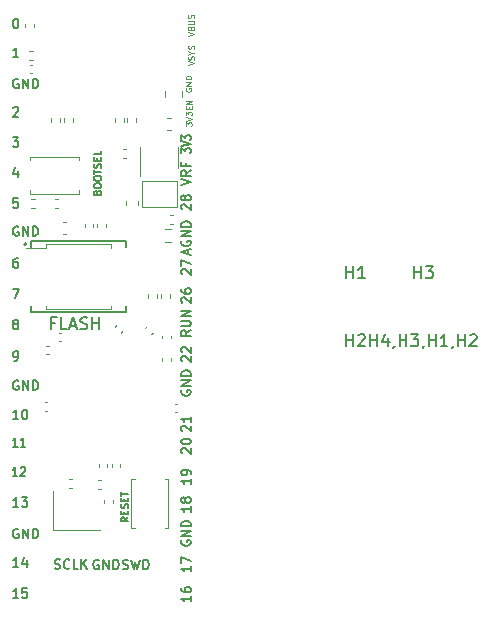
<source format=gbr>
%TF.GenerationSoftware,KiCad,Pcbnew,(6.0.7-1)-1*%
%TF.CreationDate,2022-09-30T15:54:31+08:00*%
%TF.ProjectId,PicoBoot,5069636f-426f-46f7-942e-6b696361645f,REV1*%
%TF.SameCoordinates,Original*%
%TF.FileFunction,Legend,Top*%
%TF.FilePolarity,Positive*%
%FSLAX46Y46*%
G04 Gerber Fmt 4.6, Leading zero omitted, Abs format (unit mm)*
G04 Created by KiCad (PCBNEW (6.0.7-1)-1) date 2022-09-30 15:54:31*
%MOMM*%
%LPD*%
G01*
G04 APERTURE LIST*
%ADD10C,0.100000*%
%ADD11C,0.153000*%
%ADD12C,0.150000*%
%ADD13C,0.125000*%
%ADD14C,0.120000*%
%ADD15C,0.200000*%
G04 APERTURE END LIST*
D10*
X100200000Y-87327500D02*
G75*
G03*
X100200000Y-87327500I-20000J0D01*
G01*
D11*
X111161904Y-99552380D02*
X111161904Y-100009523D01*
X111161904Y-99780952D02*
X110361904Y-99780952D01*
X110476190Y-99857142D01*
X110552380Y-99933333D01*
X110590476Y-100009523D01*
X110704761Y-99095238D02*
X110666666Y-99171428D01*
X110628571Y-99209523D01*
X110552380Y-99247619D01*
X110514285Y-99247619D01*
X110438095Y-99209523D01*
X110400000Y-99171428D01*
X110361904Y-99095238D01*
X110361904Y-98942857D01*
X110400000Y-98866666D01*
X110438095Y-98828571D01*
X110514285Y-98790476D01*
X110552380Y-98790476D01*
X110628571Y-98828571D01*
X110666666Y-98866666D01*
X110704761Y-98942857D01*
X110704761Y-99095238D01*
X110742857Y-99171428D01*
X110780952Y-99209523D01*
X110857142Y-99247619D01*
X111009523Y-99247619D01*
X111085714Y-99209523D01*
X111123809Y-99171428D01*
X111161904Y-99095238D01*
X111161904Y-98942857D01*
X111123809Y-98866666D01*
X111085714Y-98828571D01*
X111009523Y-98790476D01*
X110857142Y-98790476D01*
X110780952Y-98828571D01*
X110742857Y-98866666D01*
X110704761Y-98942857D01*
X103378076Y-104095600D02*
X103301885Y-104057504D01*
X103187600Y-104057504D01*
X103073314Y-104095600D01*
X102997123Y-104171790D01*
X102959028Y-104247980D01*
X102920933Y-104400361D01*
X102920933Y-104514647D01*
X102959028Y-104667028D01*
X102997123Y-104743219D01*
X103073314Y-104819409D01*
X103187600Y-104857504D01*
X103263790Y-104857504D01*
X103378076Y-104819409D01*
X103416171Y-104781314D01*
X103416171Y-104514647D01*
X103263790Y-104514647D01*
X103759028Y-104857504D02*
X103759028Y-104057504D01*
X104216171Y-104857504D01*
X104216171Y-104057504D01*
X104597123Y-104857504D02*
X104597123Y-104057504D01*
X104787600Y-104057504D01*
X104901885Y-104095600D01*
X104978076Y-104171790D01*
X105016171Y-104247980D01*
X105054266Y-104400361D01*
X105054266Y-104514647D01*
X105016171Y-104667028D01*
X104978076Y-104743219D01*
X104901885Y-104819409D01*
X104787600Y-104857504D01*
X104597123Y-104857504D01*
X96534523Y-73454087D02*
X96153570Y-73454087D01*
X96115475Y-73835040D01*
X96153570Y-73796944D01*
X96229761Y-73758849D01*
X96420237Y-73758849D01*
X96496427Y-73796944D01*
X96534523Y-73835040D01*
X96572618Y-73911230D01*
X96572618Y-74101706D01*
X96534523Y-74177897D01*
X96496427Y-74215992D01*
X96420237Y-74254087D01*
X96229761Y-74254087D01*
X96153570Y-74215992D01*
X96115475Y-74177897D01*
D12*
X103257142Y-72964285D02*
X103285714Y-72878571D01*
X103314285Y-72850000D01*
X103371428Y-72821428D01*
X103457142Y-72821428D01*
X103514285Y-72850000D01*
X103542857Y-72878571D01*
X103571428Y-72935714D01*
X103571428Y-73164285D01*
X102971428Y-73164285D01*
X102971428Y-72964285D01*
X103000000Y-72907142D01*
X103028571Y-72878571D01*
X103085714Y-72850000D01*
X103142857Y-72850000D01*
X103200000Y-72878571D01*
X103228571Y-72907142D01*
X103257142Y-72964285D01*
X103257142Y-73164285D01*
X102971428Y-72450000D02*
X102971428Y-72335714D01*
X103000000Y-72278571D01*
X103057142Y-72221428D01*
X103171428Y-72192857D01*
X103371428Y-72192857D01*
X103485714Y-72221428D01*
X103542857Y-72278571D01*
X103571428Y-72335714D01*
X103571428Y-72450000D01*
X103542857Y-72507142D01*
X103485714Y-72564285D01*
X103371428Y-72592857D01*
X103171428Y-72592857D01*
X103057142Y-72564285D01*
X103000000Y-72507142D01*
X102971428Y-72450000D01*
X102971428Y-71821428D02*
X102971428Y-71707142D01*
X103000000Y-71650000D01*
X103057142Y-71592857D01*
X103171428Y-71564285D01*
X103371428Y-71564285D01*
X103485714Y-71592857D01*
X103542857Y-71650000D01*
X103571428Y-71707142D01*
X103571428Y-71821428D01*
X103542857Y-71878571D01*
X103485714Y-71935714D01*
X103371428Y-71964285D01*
X103171428Y-71964285D01*
X103057142Y-71935714D01*
X103000000Y-71878571D01*
X102971428Y-71821428D01*
X102971428Y-71392857D02*
X102971428Y-71050000D01*
X103571428Y-71221428D02*
X102971428Y-71221428D01*
X103542857Y-70878571D02*
X103571428Y-70792857D01*
X103571428Y-70650000D01*
X103542857Y-70592857D01*
X103514285Y-70564285D01*
X103457142Y-70535714D01*
X103400000Y-70535714D01*
X103342857Y-70564285D01*
X103314285Y-70592857D01*
X103285714Y-70650000D01*
X103257142Y-70764285D01*
X103228571Y-70821428D01*
X103200000Y-70850000D01*
X103142857Y-70878571D01*
X103085714Y-70878571D01*
X103028571Y-70850000D01*
X103000000Y-70821428D01*
X102971428Y-70764285D01*
X102971428Y-70621428D01*
X103000000Y-70535714D01*
X103257142Y-70278571D02*
X103257142Y-70078571D01*
X103571428Y-69992857D02*
X103571428Y-70278571D01*
X102971428Y-70278571D01*
X102971428Y-69992857D01*
X103571428Y-69450000D02*
X103571428Y-69735714D01*
X102971428Y-69735714D01*
D11*
X96572619Y-104661904D02*
X96115476Y-104661904D01*
X96344047Y-104661904D02*
X96344047Y-103861904D01*
X96267857Y-103976190D01*
X96191666Y-104052380D01*
X96115476Y-104090476D01*
X97258333Y-104128571D02*
X97258333Y-104661904D01*
X97067857Y-103823809D02*
X96877380Y-104395238D01*
X97372619Y-104395238D01*
D13*
X110750000Y-64155952D02*
X110726190Y-64203571D01*
X110726190Y-64275000D01*
X110750000Y-64346428D01*
X110797619Y-64394047D01*
X110845238Y-64417857D01*
X110940476Y-64441666D01*
X111011904Y-64441666D01*
X111107142Y-64417857D01*
X111154761Y-64394047D01*
X111202380Y-64346428D01*
X111226190Y-64275000D01*
X111226190Y-64227380D01*
X111202380Y-64155952D01*
X111178571Y-64132142D01*
X111011904Y-64132142D01*
X111011904Y-64227380D01*
X111226190Y-63917857D02*
X110726190Y-63917857D01*
X111226190Y-63632142D01*
X110726190Y-63632142D01*
X111226190Y-63394047D02*
X110726190Y-63394047D01*
X110726190Y-63275000D01*
X110750000Y-63203571D01*
X110797619Y-63155952D01*
X110845238Y-63132142D01*
X110940476Y-63108333D01*
X111011904Y-63108333D01*
X111107142Y-63132142D01*
X111154761Y-63155952D01*
X111202380Y-63203571D01*
X111226190Y-63275000D01*
X111226190Y-63394047D01*
D11*
X96572618Y-63403946D02*
X96496427Y-63365850D01*
X96382142Y-63365850D01*
X96267856Y-63403946D01*
X96191665Y-63480136D01*
X96153570Y-63556326D01*
X96115475Y-63708707D01*
X96115475Y-63822993D01*
X96153570Y-63975374D01*
X96191665Y-64051565D01*
X96267856Y-64127755D01*
X96382142Y-64165850D01*
X96458332Y-64165850D01*
X96572618Y-64127755D01*
X96610713Y-64089660D01*
X96610713Y-63822993D01*
X96458332Y-63822993D01*
X96953570Y-64165850D02*
X96953570Y-63365850D01*
X97410713Y-64165850D01*
X97410713Y-63365850D01*
X97791665Y-64165850D02*
X97791665Y-63365850D01*
X97982142Y-63365850D01*
X98096427Y-63403946D01*
X98172618Y-63480136D01*
X98210713Y-63556326D01*
X98248808Y-63708707D01*
X98248808Y-63822993D01*
X98210713Y-63975374D01*
X98172618Y-64051565D01*
X98096427Y-64127755D01*
X97982142Y-64165850D01*
X97791665Y-64165850D01*
D12*
X96494927Y-97011904D02*
X96094927Y-97011904D01*
X96294927Y-97011904D02*
X96294927Y-96211904D01*
X96228261Y-96326190D01*
X96161594Y-96402380D01*
X96094927Y-96440476D01*
X96761594Y-96288095D02*
X96794927Y-96250000D01*
X96861594Y-96211904D01*
X97028261Y-96211904D01*
X97094927Y-96250000D01*
X97128261Y-96288095D01*
X97161594Y-96364285D01*
X97161594Y-96440476D01*
X97128261Y-96554761D01*
X96728261Y-97011904D01*
X97161594Y-97011904D01*
D11*
X99638019Y-104794009D02*
X99752304Y-104832104D01*
X99942780Y-104832104D01*
X100018971Y-104794009D01*
X100057066Y-104755914D01*
X100095161Y-104679723D01*
X100095161Y-104603533D01*
X100057066Y-104527342D01*
X100018971Y-104489247D01*
X99942780Y-104451152D01*
X99790400Y-104413057D01*
X99714209Y-104374961D01*
X99676114Y-104336866D01*
X99638019Y-104260676D01*
X99638019Y-104184485D01*
X99676114Y-104108295D01*
X99714209Y-104070200D01*
X99790400Y-104032104D01*
X99980876Y-104032104D01*
X100095161Y-104070200D01*
X100895161Y-104755914D02*
X100857066Y-104794009D01*
X100742780Y-104832104D01*
X100666590Y-104832104D01*
X100552304Y-104794009D01*
X100476114Y-104717819D01*
X100438019Y-104641628D01*
X100399923Y-104489247D01*
X100399923Y-104374961D01*
X100438019Y-104222580D01*
X100476114Y-104146390D01*
X100552304Y-104070200D01*
X100666590Y-104032104D01*
X100742780Y-104032104D01*
X100857066Y-104070200D01*
X100895161Y-104108295D01*
X101618971Y-104832104D02*
X101238019Y-104832104D01*
X101238019Y-104032104D01*
X101885638Y-104832104D02*
X101885638Y-104032104D01*
X102342780Y-104832104D02*
X101999923Y-104374961D01*
X102342780Y-104032104D02*
X101885638Y-104489247D01*
D13*
X110926190Y-59716666D02*
X111426190Y-59550000D01*
X110926190Y-59383333D01*
X111164285Y-59050000D02*
X111188095Y-58978571D01*
X111211904Y-58954761D01*
X111259523Y-58930952D01*
X111330952Y-58930952D01*
X111378571Y-58954761D01*
X111402380Y-58978571D01*
X111426190Y-59026190D01*
X111426190Y-59216666D01*
X110926190Y-59216666D01*
X110926190Y-59050000D01*
X110950000Y-59002380D01*
X110973809Y-58978571D01*
X111021428Y-58954761D01*
X111069047Y-58954761D01*
X111116666Y-58978571D01*
X111140476Y-59002380D01*
X111164285Y-59050000D01*
X111164285Y-59216666D01*
X110926190Y-58716666D02*
X111330952Y-58716666D01*
X111378571Y-58692857D01*
X111402380Y-58669047D01*
X111426190Y-58621428D01*
X111426190Y-58526190D01*
X111402380Y-58478571D01*
X111378571Y-58454761D01*
X111330952Y-58430952D01*
X110926190Y-58430952D01*
X111402380Y-58216666D02*
X111426190Y-58145238D01*
X111426190Y-58026190D01*
X111402380Y-57978571D01*
X111378571Y-57954761D01*
X111330952Y-57930952D01*
X111283333Y-57930952D01*
X111235714Y-57954761D01*
X111211904Y-57978571D01*
X111188095Y-58026190D01*
X111164285Y-58121428D01*
X111140476Y-58169047D01*
X111116666Y-58192857D01*
X111069047Y-58216666D01*
X111021428Y-58216666D01*
X110973809Y-58192857D01*
X110950000Y-58169047D01*
X110926190Y-58121428D01*
X110926190Y-58002380D01*
X110950000Y-57930952D01*
D11*
X96115475Y-65838095D02*
X96153570Y-65800000D01*
X96229761Y-65761904D01*
X96420237Y-65761904D01*
X96496427Y-65800000D01*
X96534523Y-65838095D01*
X96572618Y-65914285D01*
X96572618Y-65990476D01*
X96534523Y-66104761D01*
X96077380Y-66561904D01*
X96572618Y-66561904D01*
X96191666Y-87211904D02*
X96344047Y-87211904D01*
X96420237Y-87173809D01*
X96458332Y-87135714D01*
X96534523Y-87021428D01*
X96572618Y-86869047D01*
X96572618Y-86564285D01*
X96534523Y-86488095D01*
X96496427Y-86450000D01*
X96420237Y-86411904D01*
X96267856Y-86411904D01*
X96191666Y-86450000D01*
X96153570Y-86488095D01*
X96115475Y-86564285D01*
X96115475Y-86754761D01*
X96153570Y-86830952D01*
X96191666Y-86869047D01*
X96267856Y-86907142D01*
X96420237Y-86907142D01*
X96496427Y-86869047D01*
X96534523Y-86830952D01*
X96572618Y-86754761D01*
X96305951Y-58261904D02*
X96382142Y-58261904D01*
X96458332Y-58300000D01*
X96496427Y-58338095D01*
X96534523Y-58414285D01*
X96572618Y-58566666D01*
X96572618Y-58757142D01*
X96534523Y-58909523D01*
X96496427Y-58985714D01*
X96458332Y-59023809D01*
X96382142Y-59061904D01*
X96305951Y-59061904D01*
X96229761Y-59023809D01*
X96191666Y-58985714D01*
X96153570Y-58909523D01*
X96115475Y-58757142D01*
X96115475Y-58566666D01*
X96153570Y-58414285D01*
X96191666Y-58338095D01*
X96229761Y-58300000D01*
X96305951Y-58261904D01*
X96572618Y-75875000D02*
X96496427Y-75836904D01*
X96382142Y-75836904D01*
X96267856Y-75875000D01*
X96191665Y-75951190D01*
X96153570Y-76027380D01*
X96115475Y-76179761D01*
X96115475Y-76294047D01*
X96153570Y-76446428D01*
X96191665Y-76522619D01*
X96267856Y-76598809D01*
X96382142Y-76636904D01*
X96458332Y-76636904D01*
X96572618Y-76598809D01*
X96610713Y-76560714D01*
X96610713Y-76294047D01*
X96458332Y-76294047D01*
X96953570Y-76636904D02*
X96953570Y-75836904D01*
X97410713Y-76636904D01*
X97410713Y-75836904D01*
X97791665Y-76636904D02*
X97791665Y-75836904D01*
X97982142Y-75836904D01*
X98096427Y-75875000D01*
X98172618Y-75951190D01*
X98210713Y-76027380D01*
X98248808Y-76179761D01*
X98248808Y-76294047D01*
X98210713Y-76446428D01*
X98172618Y-76522619D01*
X98096427Y-76598809D01*
X97982142Y-76636904D01*
X97791665Y-76636904D01*
X96572619Y-92161904D02*
X96115476Y-92161904D01*
X96344047Y-92161904D02*
X96344047Y-91361904D01*
X96267857Y-91476190D01*
X96191666Y-91552380D01*
X96115476Y-91590476D01*
X97067857Y-91361904D02*
X97144047Y-91361904D01*
X97220238Y-91400000D01*
X97258333Y-91438095D01*
X97296428Y-91514285D01*
X97334523Y-91666666D01*
X97334523Y-91857142D01*
X97296428Y-92009523D01*
X97258333Y-92085714D01*
X97220238Y-92123809D01*
X97144047Y-92161904D01*
X97067857Y-92161904D01*
X96991666Y-92123809D01*
X96953571Y-92085714D01*
X96915476Y-92009523D01*
X96877380Y-91857142D01*
X96877380Y-91666666D01*
X96915476Y-91514285D01*
X96953571Y-91438095D01*
X96991666Y-91400000D01*
X97067857Y-91361904D01*
X111161904Y-84640476D02*
X110780952Y-84907142D01*
X111161904Y-85097619D02*
X110361904Y-85097619D01*
X110361904Y-84792857D01*
X110400000Y-84716666D01*
X110438095Y-84678571D01*
X110514285Y-84640476D01*
X110628571Y-84640476D01*
X110704761Y-84678571D01*
X110742857Y-84716666D01*
X110780952Y-84792857D01*
X110780952Y-85097619D01*
X110361904Y-84297619D02*
X111009523Y-84297619D01*
X111085714Y-84259523D01*
X111123809Y-84221428D01*
X111161904Y-84145238D01*
X111161904Y-83992857D01*
X111123809Y-83916666D01*
X111085714Y-83878571D01*
X111009523Y-83840476D01*
X110361904Y-83840476D01*
X111161904Y-83459523D02*
X110361904Y-83459523D01*
X111161904Y-83002380D01*
X110361904Y-83002380D01*
X110400000Y-89709523D02*
X110361904Y-89785714D01*
X110361904Y-89900000D01*
X110400000Y-90014285D01*
X110476190Y-90090476D01*
X110552380Y-90128571D01*
X110704761Y-90166666D01*
X110819047Y-90166666D01*
X110971428Y-90128571D01*
X111047619Y-90090476D01*
X111123809Y-90014285D01*
X111161904Y-89900000D01*
X111161904Y-89823809D01*
X111123809Y-89709523D01*
X111085714Y-89671428D01*
X110819047Y-89671428D01*
X110819047Y-89823809D01*
X111161904Y-89328571D02*
X110361904Y-89328571D01*
X111161904Y-88871428D01*
X110361904Y-88871428D01*
X111161904Y-88490476D02*
X110361904Y-88490476D01*
X110361904Y-88300000D01*
X110400000Y-88185714D01*
X110476190Y-88109523D01*
X110552380Y-88071428D01*
X110704761Y-88033333D01*
X110819047Y-88033333D01*
X110971428Y-88071428D01*
X111047619Y-88109523D01*
X111123809Y-88185714D01*
X111161904Y-88300000D01*
X111161904Y-88490476D01*
D13*
X110751190Y-67357142D02*
X110751190Y-67047619D01*
X110941666Y-67214285D01*
X110941666Y-67142857D01*
X110965476Y-67095238D01*
X110989285Y-67071428D01*
X111036904Y-67047619D01*
X111155952Y-67047619D01*
X111203571Y-67071428D01*
X111227380Y-67095238D01*
X111251190Y-67142857D01*
X111251190Y-67285714D01*
X111227380Y-67333333D01*
X111203571Y-67357142D01*
X110751190Y-66904761D02*
X111251190Y-66738095D01*
X110751190Y-66571428D01*
X110751190Y-66452380D02*
X110751190Y-66142857D01*
X110941666Y-66309523D01*
X110941666Y-66238095D01*
X110965476Y-66190476D01*
X110989285Y-66166666D01*
X111036904Y-66142857D01*
X111155952Y-66142857D01*
X111203571Y-66166666D01*
X111227380Y-66190476D01*
X111251190Y-66238095D01*
X111251190Y-66380952D01*
X111227380Y-66428571D01*
X111203571Y-66452380D01*
X110989285Y-65928571D02*
X110989285Y-65761904D01*
X111251190Y-65690476D02*
X111251190Y-65928571D01*
X110751190Y-65928571D01*
X110751190Y-65690476D01*
X111251190Y-65476190D02*
X110751190Y-65476190D01*
X111251190Y-65190476D01*
X110751190Y-65190476D01*
D11*
X96572618Y-88925000D02*
X96496427Y-88886904D01*
X96382142Y-88886904D01*
X96267856Y-88925000D01*
X96191665Y-89001190D01*
X96153570Y-89077380D01*
X96115475Y-89229761D01*
X96115475Y-89344047D01*
X96153570Y-89496428D01*
X96191665Y-89572619D01*
X96267856Y-89648809D01*
X96382142Y-89686904D01*
X96458332Y-89686904D01*
X96572618Y-89648809D01*
X96610713Y-89610714D01*
X96610713Y-89344047D01*
X96458332Y-89344047D01*
X96953570Y-89686904D02*
X96953570Y-88886904D01*
X97410713Y-89686904D01*
X97410713Y-88886904D01*
X97791665Y-89686904D02*
X97791665Y-88886904D01*
X97982142Y-88886904D01*
X98096427Y-88925000D01*
X98172618Y-89001190D01*
X98210713Y-89077380D01*
X98248808Y-89229761D01*
X98248808Y-89344047D01*
X98210713Y-89496428D01*
X98172618Y-89572619D01*
X98096427Y-89648809D01*
X97982142Y-89686904D01*
X97791665Y-89686904D01*
X96496427Y-71158571D02*
X96496427Y-71691904D01*
X96305951Y-70853809D02*
X96115475Y-71425238D01*
X96610713Y-71425238D01*
D12*
X105846428Y-100471428D02*
X105560714Y-100671428D01*
X105846428Y-100814285D02*
X105246428Y-100814285D01*
X105246428Y-100585714D01*
X105275000Y-100528571D01*
X105303571Y-100500000D01*
X105360714Y-100471428D01*
X105446428Y-100471428D01*
X105503571Y-100500000D01*
X105532142Y-100528571D01*
X105560714Y-100585714D01*
X105560714Y-100814285D01*
X105532142Y-100214285D02*
X105532142Y-100014285D01*
X105846428Y-99928571D02*
X105846428Y-100214285D01*
X105246428Y-100214285D01*
X105246428Y-99928571D01*
X105817857Y-99700000D02*
X105846428Y-99614285D01*
X105846428Y-99471428D01*
X105817857Y-99414285D01*
X105789285Y-99385714D01*
X105732142Y-99357142D01*
X105675000Y-99357142D01*
X105617857Y-99385714D01*
X105589285Y-99414285D01*
X105560714Y-99471428D01*
X105532142Y-99585714D01*
X105503571Y-99642857D01*
X105475000Y-99671428D01*
X105417857Y-99700000D01*
X105360714Y-99700000D01*
X105303571Y-99671428D01*
X105275000Y-99642857D01*
X105246428Y-99585714D01*
X105246428Y-99442857D01*
X105275000Y-99357142D01*
X105532142Y-99100000D02*
X105532142Y-98900000D01*
X105846428Y-98814285D02*
X105846428Y-99100000D01*
X105246428Y-99100000D01*
X105246428Y-98814285D01*
X105246428Y-98642857D02*
X105246428Y-98300000D01*
X105846428Y-98471428D02*
X105246428Y-98471428D01*
D11*
X110933333Y-78220878D02*
X110933333Y-77839926D01*
X111161904Y-78297069D02*
X110361904Y-78030402D01*
X111161904Y-77763735D01*
X110400000Y-77078021D02*
X110361904Y-77154211D01*
X110361904Y-77268497D01*
X110400000Y-77382783D01*
X110476190Y-77458973D01*
X110552380Y-77497069D01*
X110704761Y-77535164D01*
X110819047Y-77535164D01*
X110971428Y-77497069D01*
X111047619Y-77458973D01*
X111123809Y-77382783D01*
X111161904Y-77268497D01*
X111161904Y-77192307D01*
X111123809Y-77078021D01*
X111085714Y-77039926D01*
X110819047Y-77039926D01*
X110819047Y-77192307D01*
X111161904Y-76697069D02*
X110361904Y-76697069D01*
X111161904Y-76239926D01*
X110361904Y-76239926D01*
X111161904Y-75858973D02*
X110361904Y-75858973D01*
X110361904Y-75668497D01*
X110400000Y-75554211D01*
X110476190Y-75478021D01*
X110552380Y-75439926D01*
X110704761Y-75401830D01*
X110819047Y-75401830D01*
X110971428Y-75439926D01*
X111047619Y-75478021D01*
X111123809Y-75554211D01*
X111161904Y-75668497D01*
X111161904Y-75858973D01*
X96572619Y-107286904D02*
X96115476Y-107286904D01*
X96344047Y-107286904D02*
X96344047Y-106486904D01*
X96267857Y-106601190D01*
X96191666Y-106677380D01*
X96115476Y-106715476D01*
X97296428Y-106486904D02*
X96915476Y-106486904D01*
X96877380Y-106867857D01*
X96915476Y-106829761D01*
X96991666Y-106791666D01*
X97182142Y-106791666D01*
X97258333Y-106829761D01*
X97296428Y-106867857D01*
X97334523Y-106944047D01*
X97334523Y-107134523D01*
X97296428Y-107210714D01*
X97258333Y-107248809D01*
X97182142Y-107286904D01*
X96991666Y-107286904D01*
X96915476Y-107248809D01*
X96877380Y-107210714D01*
X96077380Y-81142161D02*
X96610713Y-81142161D01*
X96267856Y-81942161D01*
X110400000Y-102434523D02*
X110361904Y-102510714D01*
X110361904Y-102625000D01*
X110400000Y-102739285D01*
X110476190Y-102815476D01*
X110552380Y-102853571D01*
X110704761Y-102891666D01*
X110819047Y-102891666D01*
X110971428Y-102853571D01*
X111047619Y-102815476D01*
X111123809Y-102739285D01*
X111161904Y-102625000D01*
X111161904Y-102548809D01*
X111123809Y-102434523D01*
X111085714Y-102396428D01*
X110819047Y-102396428D01*
X110819047Y-102548809D01*
X111161904Y-102053571D02*
X110361904Y-102053571D01*
X111161904Y-101596428D01*
X110361904Y-101596428D01*
X111161904Y-101215476D02*
X110361904Y-101215476D01*
X110361904Y-101025000D01*
X110400000Y-100910714D01*
X110476190Y-100834523D01*
X110552380Y-100796428D01*
X110704761Y-100758333D01*
X110819047Y-100758333D01*
X110971428Y-100796428D01*
X111047619Y-100834523D01*
X111123809Y-100910714D01*
X111161904Y-101025000D01*
X111161904Y-101215476D01*
X110438095Y-74409523D02*
X110400000Y-74371428D01*
X110361904Y-74295238D01*
X110361904Y-74104761D01*
X110400000Y-74028571D01*
X110438095Y-73990476D01*
X110514285Y-73952380D01*
X110590476Y-73952380D01*
X110704761Y-73990476D01*
X111161904Y-74447619D01*
X111161904Y-73952380D01*
X110704761Y-73495238D02*
X110666666Y-73571428D01*
X110628571Y-73609523D01*
X110552380Y-73647619D01*
X110514285Y-73647619D01*
X110438095Y-73609523D01*
X110400000Y-73571428D01*
X110361904Y-73495238D01*
X110361904Y-73342857D01*
X110400000Y-73266666D01*
X110438095Y-73228571D01*
X110514285Y-73190476D01*
X110552380Y-73190476D01*
X110628571Y-73228571D01*
X110666666Y-73266666D01*
X110704761Y-73342857D01*
X110704761Y-73495238D01*
X110742857Y-73571428D01*
X110780952Y-73609523D01*
X110857142Y-73647619D01*
X111009523Y-73647619D01*
X111085714Y-73609523D01*
X111123809Y-73571428D01*
X111161904Y-73495238D01*
X111161904Y-73342857D01*
X111123809Y-73266666D01*
X111085714Y-73228571D01*
X111009523Y-73190476D01*
X110857142Y-73190476D01*
X110780952Y-73228571D01*
X110742857Y-73266666D01*
X110704761Y-73342857D01*
X111161904Y-104595980D02*
X111161904Y-105053123D01*
X111161904Y-104824552D02*
X110361904Y-104824552D01*
X110476190Y-104900742D01*
X110552380Y-104976933D01*
X110590476Y-105053123D01*
X110361904Y-104329314D02*
X110361904Y-103795980D01*
X111161904Y-104138838D01*
X96572619Y-99586904D02*
X96115476Y-99586904D01*
X96344047Y-99586904D02*
X96344047Y-98786904D01*
X96267857Y-98901190D01*
X96191666Y-98977380D01*
X96115476Y-99015476D01*
X96839285Y-98786904D02*
X97334523Y-98786904D01*
X97067857Y-99091666D01*
X97182142Y-99091666D01*
X97258333Y-99129761D01*
X97296428Y-99167857D01*
X97334523Y-99244047D01*
X97334523Y-99434523D01*
X97296428Y-99510714D01*
X97258333Y-99548809D01*
X97182142Y-99586904D01*
X96953571Y-99586904D01*
X96877380Y-99548809D01*
X96839285Y-99510714D01*
X96572618Y-61511904D02*
X96115475Y-61511904D01*
X96344047Y-61511904D02*
X96344047Y-60711904D01*
X96267856Y-60826190D01*
X96191666Y-60902380D01*
X96115475Y-60940476D01*
X96267856Y-84079761D02*
X96191666Y-84041666D01*
X96153570Y-84003571D01*
X96115475Y-83927380D01*
X96115475Y-83889285D01*
X96153570Y-83813095D01*
X96191666Y-83775000D01*
X96267856Y-83736904D01*
X96420237Y-83736904D01*
X96496427Y-83775000D01*
X96534523Y-83813095D01*
X96572618Y-83889285D01*
X96572618Y-83927380D01*
X96534523Y-84003571D01*
X96496427Y-84041666D01*
X96420237Y-84079761D01*
X96267856Y-84079761D01*
X96191666Y-84117857D01*
X96153570Y-84155952D01*
X96115475Y-84232142D01*
X96115475Y-84384523D01*
X96153570Y-84460714D01*
X96191666Y-84498809D01*
X96267856Y-84536904D01*
X96420237Y-84536904D01*
X96496427Y-84498809D01*
X96534523Y-84460714D01*
X96572618Y-84384523D01*
X96572618Y-84232142D01*
X96534523Y-84155952D01*
X96496427Y-84117857D01*
X96420237Y-84079761D01*
D13*
X110951190Y-62207142D02*
X111451190Y-62040476D01*
X110951190Y-61873809D01*
X111427380Y-61730952D02*
X111451190Y-61659523D01*
X111451190Y-61540476D01*
X111427380Y-61492857D01*
X111403571Y-61469047D01*
X111355952Y-61445238D01*
X111308333Y-61445238D01*
X111260714Y-61469047D01*
X111236904Y-61492857D01*
X111213095Y-61540476D01*
X111189285Y-61635714D01*
X111165476Y-61683333D01*
X111141666Y-61707142D01*
X111094047Y-61730952D01*
X111046428Y-61730952D01*
X110998809Y-61707142D01*
X110975000Y-61683333D01*
X110951190Y-61635714D01*
X110951190Y-61516666D01*
X110975000Y-61445238D01*
X111213095Y-61135714D02*
X111451190Y-61135714D01*
X110951190Y-61302380D02*
X111213095Y-61135714D01*
X110951190Y-60969047D01*
X111427380Y-60826190D02*
X111451190Y-60754761D01*
X111451190Y-60635714D01*
X111427380Y-60588095D01*
X111403571Y-60564285D01*
X111355952Y-60540476D01*
X111308333Y-60540476D01*
X111260714Y-60564285D01*
X111236904Y-60588095D01*
X111213095Y-60635714D01*
X111189285Y-60730952D01*
X111165476Y-60778571D01*
X111141666Y-60802380D01*
X111094047Y-60826190D01*
X111046428Y-60826190D01*
X110998809Y-60802380D01*
X110975000Y-60778571D01*
X110951190Y-60730952D01*
X110951190Y-60611904D01*
X110975000Y-60540476D01*
D11*
X111161904Y-107135980D02*
X111161904Y-107593123D01*
X111161904Y-107364552D02*
X110361904Y-107364552D01*
X110476190Y-107440742D01*
X110552380Y-107516933D01*
X110590476Y-107593123D01*
X110361904Y-106450266D02*
X110361904Y-106602647D01*
X110400000Y-106678838D01*
X110438095Y-106716933D01*
X110552380Y-106793123D01*
X110704761Y-106831219D01*
X111009523Y-106831219D01*
X111085714Y-106793123D01*
X111123809Y-106755028D01*
X111161904Y-106678838D01*
X111161904Y-106526457D01*
X111123809Y-106450266D01*
X111085714Y-106412171D01*
X111009523Y-106374076D01*
X110819047Y-106374076D01*
X110742857Y-106412171D01*
X110704761Y-106450266D01*
X110666666Y-106526457D01*
X110666666Y-106678838D01*
X110704761Y-106755028D01*
X110742857Y-106793123D01*
X110819047Y-106831219D01*
X110438095Y-95034523D02*
X110400000Y-94996428D01*
X110361904Y-94920238D01*
X110361904Y-94729761D01*
X110400000Y-94653571D01*
X110438095Y-94615476D01*
X110514285Y-94577380D01*
X110590476Y-94577380D01*
X110704761Y-94615476D01*
X111161904Y-95072619D01*
X111161904Y-94577380D01*
X110361904Y-94082142D02*
X110361904Y-94005952D01*
X110400000Y-93929761D01*
X110438095Y-93891666D01*
X110514285Y-93853571D01*
X110666666Y-93815476D01*
X110857142Y-93815476D01*
X111009523Y-93853571D01*
X111085714Y-93891666D01*
X111123809Y-93929761D01*
X111161904Y-94005952D01*
X111161904Y-94082142D01*
X111123809Y-94158333D01*
X111085714Y-94196428D01*
X111009523Y-94234523D01*
X110857142Y-94272619D01*
X110666666Y-94272619D01*
X110514285Y-94234523D01*
X110438095Y-94196428D01*
X110400000Y-94158333D01*
X110361904Y-94082142D01*
D12*
X110364154Y-72359523D02*
X111164154Y-72092857D01*
X110364154Y-71826190D01*
X111164154Y-71102380D02*
X110783202Y-71369047D01*
X111164154Y-71559523D02*
X110364154Y-71559523D01*
X110364154Y-71254761D01*
X110402250Y-71178571D01*
X110440345Y-71140476D01*
X110516535Y-71102380D01*
X110630821Y-71102380D01*
X110707011Y-71140476D01*
X110745107Y-71178571D01*
X110783202Y-71254761D01*
X110783202Y-71559523D01*
X110745107Y-70492857D02*
X110745107Y-70759523D01*
X111164154Y-70759523D02*
X110364154Y-70759523D01*
X110364154Y-70378571D01*
D11*
X96496427Y-94536904D02*
X96096427Y-94536904D01*
X96296427Y-94536904D02*
X96296427Y-93736904D01*
X96229761Y-93851190D01*
X96163094Y-93927380D01*
X96096427Y-93965476D01*
X97163094Y-94536904D02*
X96763094Y-94536904D01*
X96963094Y-94536904D02*
X96963094Y-93736904D01*
X96896427Y-93851190D01*
X96829761Y-93927380D01*
X96763094Y-93965476D01*
X96572618Y-101475000D02*
X96496427Y-101436904D01*
X96382142Y-101436904D01*
X96267856Y-101475000D01*
X96191665Y-101551190D01*
X96153570Y-101627380D01*
X96115475Y-101779761D01*
X96115475Y-101894047D01*
X96153570Y-102046428D01*
X96191665Y-102122619D01*
X96267856Y-102198809D01*
X96382142Y-102236904D01*
X96458332Y-102236904D01*
X96572618Y-102198809D01*
X96610713Y-102160714D01*
X96610713Y-101894047D01*
X96458332Y-101894047D01*
X96953570Y-102236904D02*
X96953570Y-101436904D01*
X97410713Y-102236904D01*
X97410713Y-101436904D01*
X97791665Y-102236904D02*
X97791665Y-101436904D01*
X97982142Y-101436904D01*
X98096427Y-101475000D01*
X98172618Y-101551190D01*
X98210713Y-101627380D01*
X98248808Y-101779761D01*
X98248808Y-101894047D01*
X98210713Y-102046428D01*
X98172618Y-102122619D01*
X98096427Y-102198809D01*
X97982142Y-102236904D01*
X97791665Y-102236904D01*
X110438095Y-79909523D02*
X110400000Y-79871428D01*
X110361904Y-79795238D01*
X110361904Y-79604761D01*
X110400000Y-79528571D01*
X110438095Y-79490476D01*
X110514285Y-79452380D01*
X110590476Y-79452380D01*
X110704761Y-79490476D01*
X111161904Y-79947619D01*
X111161904Y-79452380D01*
X110361904Y-79185714D02*
X110361904Y-78652380D01*
X111161904Y-78995238D01*
X105416485Y-104819409D02*
X105530771Y-104857504D01*
X105721247Y-104857504D01*
X105797438Y-104819409D01*
X105835533Y-104781314D01*
X105873628Y-104705123D01*
X105873628Y-104628933D01*
X105835533Y-104552742D01*
X105797438Y-104514647D01*
X105721247Y-104476552D01*
X105568866Y-104438457D01*
X105492676Y-104400361D01*
X105454580Y-104362266D01*
X105416485Y-104286076D01*
X105416485Y-104209885D01*
X105454580Y-104133695D01*
X105492676Y-104095600D01*
X105568866Y-104057504D01*
X105759342Y-104057504D01*
X105873628Y-104095600D01*
X106140295Y-104057504D02*
X106330771Y-104857504D01*
X106483152Y-104286076D01*
X106635533Y-104857504D01*
X106826009Y-104057504D01*
X107130771Y-104857504D02*
X107130771Y-104057504D01*
X107321247Y-104057504D01*
X107435533Y-104095600D01*
X107511723Y-104171790D01*
X107549819Y-104247980D01*
X107587914Y-104400361D01*
X107587914Y-104514647D01*
X107549819Y-104667028D01*
X107511723Y-104743219D01*
X107435533Y-104819409D01*
X107321247Y-104857504D01*
X107130771Y-104857504D01*
X110438095Y-82309523D02*
X110400000Y-82271428D01*
X110361904Y-82195238D01*
X110361904Y-82004761D01*
X110400000Y-81928571D01*
X110438095Y-81890476D01*
X110514285Y-81852380D01*
X110590476Y-81852380D01*
X110704761Y-81890476D01*
X111161904Y-82347619D01*
X111161904Y-81852380D01*
X110361904Y-81166666D02*
X110361904Y-81319047D01*
X110400000Y-81395238D01*
X110438095Y-81433333D01*
X110552380Y-81509523D01*
X110704761Y-81547619D01*
X111009523Y-81547619D01*
X111085714Y-81509523D01*
X111123809Y-81471428D01*
X111161904Y-81395238D01*
X111161904Y-81242857D01*
X111123809Y-81166666D01*
X111085714Y-81128571D01*
X111009523Y-81090476D01*
X110819047Y-81090476D01*
X110742857Y-81128571D01*
X110704761Y-81166666D01*
X110666666Y-81242857D01*
X110666666Y-81395238D01*
X110704761Y-81471428D01*
X110742857Y-81509523D01*
X110819047Y-81547619D01*
X96496427Y-78539343D02*
X96344047Y-78539343D01*
X96267856Y-78577439D01*
X96229761Y-78615534D01*
X96153570Y-78729819D01*
X96115475Y-78882200D01*
X96115475Y-79186962D01*
X96153570Y-79263153D01*
X96191666Y-79301248D01*
X96267856Y-79339343D01*
X96420237Y-79339343D01*
X96496427Y-79301248D01*
X96534523Y-79263153D01*
X96572618Y-79186962D01*
X96572618Y-78996486D01*
X96534523Y-78920296D01*
X96496427Y-78882200D01*
X96420237Y-78844105D01*
X96267856Y-78844105D01*
X96191666Y-78882200D01*
X96153570Y-78920296D01*
X96115475Y-78996486D01*
X96077380Y-68311904D02*
X96572618Y-68311904D01*
X96305951Y-68616666D01*
X96420237Y-68616666D01*
X96496427Y-68654761D01*
X96534523Y-68692857D01*
X96572618Y-68769047D01*
X96572618Y-68959523D01*
X96534523Y-69035714D01*
X96496427Y-69073809D01*
X96420237Y-69111904D01*
X96191666Y-69111904D01*
X96115475Y-69073809D01*
X96077380Y-69035714D01*
X110438095Y-93159523D02*
X110400000Y-93121428D01*
X110361904Y-93045238D01*
X110361904Y-92854761D01*
X110400000Y-92778571D01*
X110438095Y-92740476D01*
X110514285Y-92702380D01*
X110590476Y-92702380D01*
X110704761Y-92740476D01*
X111161904Y-93197619D01*
X111161904Y-92702380D01*
X111161904Y-91940476D02*
X111161904Y-92397619D01*
X111161904Y-92169047D02*
X110361904Y-92169047D01*
X110476190Y-92245238D01*
X110552380Y-92321428D01*
X110590476Y-92397619D01*
D12*
X110440345Y-87259523D02*
X110402250Y-87221428D01*
X110364154Y-87145238D01*
X110364154Y-86954761D01*
X110402250Y-86878571D01*
X110440345Y-86840476D01*
X110516535Y-86802380D01*
X110592726Y-86802380D01*
X110707011Y-86840476D01*
X111164154Y-87297619D01*
X111164154Y-86802380D01*
X110440345Y-86497619D02*
X110402250Y-86459523D01*
X110364154Y-86383333D01*
X110364154Y-86192857D01*
X110402250Y-86116666D01*
X110440345Y-86078571D01*
X110516535Y-86040476D01*
X110592726Y-86040476D01*
X110707011Y-86078571D01*
X111164154Y-86535714D01*
X111164154Y-86040476D01*
D11*
X111161904Y-97202380D02*
X111161904Y-97659523D01*
X111161904Y-97430952D02*
X110361904Y-97430952D01*
X110476190Y-97507142D01*
X110552380Y-97583333D01*
X110590476Y-97659523D01*
X111161904Y-96821428D02*
X111161904Y-96669047D01*
X111123809Y-96592857D01*
X111085714Y-96554761D01*
X110971428Y-96478571D01*
X110819047Y-96440476D01*
X110514285Y-96440476D01*
X110438095Y-96478571D01*
X110400000Y-96516666D01*
X110361904Y-96592857D01*
X110361904Y-96745238D01*
X110400000Y-96821428D01*
X110438095Y-96859523D01*
X110514285Y-96897619D01*
X110704761Y-96897619D01*
X110780952Y-96859523D01*
X110819047Y-96821428D01*
X110857142Y-96745238D01*
X110857142Y-96592857D01*
X110819047Y-96516666D01*
X110780952Y-96478571D01*
X110704761Y-96440476D01*
D12*
X110364154Y-69592857D02*
X110364154Y-69221428D01*
X110668916Y-69421428D01*
X110668916Y-69335714D01*
X110707011Y-69278571D01*
X110745107Y-69250000D01*
X110821297Y-69221428D01*
X111011773Y-69221428D01*
X111087964Y-69250000D01*
X111126059Y-69278571D01*
X111164154Y-69335714D01*
X111164154Y-69507142D01*
X111126059Y-69564285D01*
X111087964Y-69592857D01*
X110364154Y-69050000D02*
X111164154Y-68850000D01*
X110364154Y-68650000D01*
X110364154Y-68507142D02*
X110364154Y-68135714D01*
X110668916Y-68335714D01*
X110668916Y-68250000D01*
X110707011Y-68192857D01*
X110745107Y-68164285D01*
X110821297Y-68135714D01*
X111011773Y-68135714D01*
X111087964Y-68164285D01*
X111126059Y-68192857D01*
X111164154Y-68250000D01*
X111164154Y-68421428D01*
X111126059Y-68478571D01*
X111087964Y-68507142D01*
%TO.C,FLASH*%
X99684523Y-84028571D02*
X99351190Y-84028571D01*
X99351190Y-84552380D02*
X99351190Y-83552380D01*
X99827380Y-83552380D01*
X100684523Y-84552380D02*
X100208333Y-84552380D01*
X100208333Y-83552380D01*
X100970238Y-84266666D02*
X101446428Y-84266666D01*
X100875000Y-84552380D02*
X101208333Y-83552380D01*
X101541666Y-84552380D01*
X101827380Y-84504761D02*
X101970238Y-84552380D01*
X102208333Y-84552380D01*
X102303571Y-84504761D01*
X102351190Y-84457142D01*
X102398809Y-84361904D01*
X102398809Y-84266666D01*
X102351190Y-84171428D01*
X102303571Y-84123809D01*
X102208333Y-84076190D01*
X102017857Y-84028571D01*
X101922619Y-83980952D01*
X101875000Y-83933333D01*
X101827380Y-83838095D01*
X101827380Y-83742857D01*
X101875000Y-83647619D01*
X101922619Y-83600000D01*
X102017857Y-83552380D01*
X102255952Y-83552380D01*
X102398809Y-83600000D01*
X102827380Y-84552380D02*
X102827380Y-83552380D01*
X102827380Y-84028571D02*
X103398809Y-84028571D01*
X103398809Y-84552380D02*
X103398809Y-83552380D01*
%TO.C,H4\u002CH3\u002CH1\u002CH2*%
X126373809Y-85977380D02*
X126373809Y-84977380D01*
X126373809Y-85453571D02*
X126945238Y-85453571D01*
X126945238Y-85977380D02*
X126945238Y-84977380D01*
X127850000Y-85310714D02*
X127850000Y-85977380D01*
X127611904Y-84929761D02*
X127373809Y-85644047D01*
X127992857Y-85644047D01*
X128421428Y-85929761D02*
X128421428Y-85977380D01*
X128373809Y-86072619D01*
X128326190Y-86120238D01*
X128850000Y-85977380D02*
X128850000Y-84977380D01*
X128850000Y-85453571D02*
X129421428Y-85453571D01*
X129421428Y-85977380D02*
X129421428Y-84977380D01*
X129802380Y-84977380D02*
X130421428Y-84977380D01*
X130088095Y-85358333D01*
X130230952Y-85358333D01*
X130326190Y-85405952D01*
X130373809Y-85453571D01*
X130421428Y-85548809D01*
X130421428Y-85786904D01*
X130373809Y-85882142D01*
X130326190Y-85929761D01*
X130230952Y-85977380D01*
X129945238Y-85977380D01*
X129850000Y-85929761D01*
X129802380Y-85882142D01*
X130897619Y-85929761D02*
X130897619Y-85977380D01*
X130850000Y-86072619D01*
X130802380Y-86120238D01*
X131326190Y-85977380D02*
X131326190Y-84977380D01*
X131326190Y-85453571D02*
X131897619Y-85453571D01*
X131897619Y-85977380D02*
X131897619Y-84977380D01*
X132897619Y-85977380D02*
X132326190Y-85977380D01*
X132611904Y-85977380D02*
X132611904Y-84977380D01*
X132516666Y-85120238D01*
X132421428Y-85215476D01*
X132326190Y-85263095D01*
X133373809Y-85929761D02*
X133373809Y-85977380D01*
X133326190Y-86072619D01*
X133278571Y-86120238D01*
X133802380Y-85977380D02*
X133802380Y-84977380D01*
X133802380Y-85453571D02*
X134373809Y-85453571D01*
X134373809Y-85977380D02*
X134373809Y-84977380D01*
X134802380Y-85072619D02*
X134850000Y-85025000D01*
X134945238Y-84977380D01*
X135183333Y-84977380D01*
X135278571Y-85025000D01*
X135326190Y-85072619D01*
X135373809Y-85167857D01*
X135373809Y-85263095D01*
X135326190Y-85405952D01*
X134754761Y-85977380D01*
X135373809Y-85977380D01*
%TO.C,H3*%
X130088095Y-80227380D02*
X130088095Y-79227380D01*
X130088095Y-79703571D02*
X130659523Y-79703571D01*
X130659523Y-80227380D02*
X130659523Y-79227380D01*
X131040476Y-79227380D02*
X131659523Y-79227380D01*
X131326190Y-79608333D01*
X131469047Y-79608333D01*
X131564285Y-79655952D01*
X131611904Y-79703571D01*
X131659523Y-79798809D01*
X131659523Y-80036904D01*
X131611904Y-80132142D01*
X131564285Y-80179761D01*
X131469047Y-80227380D01*
X131183333Y-80227380D01*
X131088095Y-80179761D01*
X131040476Y-80132142D01*
%TO.C,*%
%TO.C,H1*%
X124338095Y-80227380D02*
X124338095Y-79227380D01*
X124338095Y-79703571D02*
X124909523Y-79703571D01*
X124909523Y-80227380D02*
X124909523Y-79227380D01*
X125909523Y-80227380D02*
X125338095Y-80227380D01*
X125623809Y-80227380D02*
X125623809Y-79227380D01*
X125528571Y-79370238D01*
X125433333Y-79465476D01*
X125338095Y-79513095D01*
%TO.C,H2*%
X124338095Y-85977380D02*
X124338095Y-84977380D01*
X124338095Y-85453571D02*
X124909523Y-85453571D01*
X124909523Y-85977380D02*
X124909523Y-84977380D01*
X125338095Y-85072619D02*
X125385714Y-85025000D01*
X125480952Y-84977380D01*
X125719047Y-84977380D01*
X125814285Y-85025000D01*
X125861904Y-85072619D01*
X125909523Y-85167857D01*
X125909523Y-85263095D01*
X125861904Y-85405952D01*
X125290476Y-85977380D01*
X125909523Y-85977380D01*
D14*
%TO.C,C1*%
X109462779Y-67710000D02*
X109137221Y-67710000D01*
X109462779Y-66690000D02*
X109137221Y-66690000D01*
D10*
%TO.C,C6*%
X105210000Y-95984328D02*
X105210000Y-96200000D01*
X104490000Y-95984328D02*
X104490000Y-96200000D01*
%TO.C,C7*%
X105228307Y-84880810D02*
X105380810Y-84728307D01*
X104719190Y-84371693D02*
X104871693Y-84219190D01*
%TO.C,C11*%
X99157836Y-86660000D02*
X98942164Y-86660000D01*
X99157836Y-85940000D02*
X98942164Y-85940000D01*
%TO.C,R1*%
X97953641Y-73520000D02*
X97646359Y-73520000D01*
X97953641Y-74280000D02*
X97646359Y-74280000D01*
%TO.C,R4*%
X109380000Y-81596359D02*
X109380000Y-81903641D01*
X108620000Y-81596359D02*
X108620000Y-81903641D01*
%TO.C,C13*%
X109817164Y-90852500D02*
X110032836Y-90852500D01*
X109817164Y-91572500D02*
X110032836Y-91572500D01*
%TO.C,C14*%
X104085000Y-95984328D02*
X104085000Y-96200000D01*
X103365000Y-95984328D02*
X103365000Y-96200000D01*
%TO.C,C3*%
X107778307Y-84980810D02*
X107930810Y-84828307D01*
X107269190Y-84471693D02*
X107421693Y-84319190D01*
%TO.C,R3*%
X108330000Y-81596359D02*
X108330000Y-81903641D01*
X107570000Y-81596359D02*
X107570000Y-81903641D01*
%TO.C,R5*%
X104720000Y-67003641D02*
X104720000Y-66696359D01*
X105480000Y-67003641D02*
X105480000Y-66696359D01*
%TO.C,R6*%
X97905000Y-58978641D02*
X97905000Y-58671359D01*
X97145000Y-58978641D02*
X97145000Y-58671359D01*
D14*
%TO.C,FLASH*%
X101650000Y-82825000D02*
X104375000Y-82825000D01*
X98925000Y-82825000D02*
X98925000Y-82565000D01*
X101650000Y-77375000D02*
X104375000Y-77375000D01*
X104375000Y-77375000D02*
X104375000Y-77635000D01*
X98925000Y-77635000D02*
X97250000Y-77635000D01*
X101650000Y-77375000D02*
X98925000Y-77375000D01*
X101650000Y-82825000D02*
X98925000Y-82825000D01*
X104375000Y-82825000D02*
X104375000Y-82565000D01*
X98925000Y-77375000D02*
X98925000Y-77635000D01*
D10*
%TO.C,C8*%
X103985000Y-75857836D02*
X103985000Y-75642164D01*
X103265000Y-75857836D02*
X103265000Y-75642164D01*
%TO.C,C5*%
X102910000Y-75857836D02*
X102910000Y-75642164D01*
X102190000Y-75857836D02*
X102190000Y-75642164D01*
%TO.C,J2*%
X101670000Y-72770000D02*
X101670000Y-73070000D01*
X97530000Y-69930000D02*
X101670000Y-69930000D01*
X97530000Y-70230000D02*
X97530000Y-69930000D01*
X101670000Y-73070000D02*
X97530000Y-73070000D01*
X97530000Y-73070000D02*
X97530000Y-72770000D01*
X101670000Y-69930000D02*
X101670000Y-70230000D01*
%TO.C,R2*%
X99953641Y-74280000D02*
X99646359Y-74280000D01*
X99953641Y-73520000D02*
X99646359Y-73520000D01*
%TO.C,R9*%
X108982742Y-76097500D02*
X109457258Y-76097500D01*
X108982742Y-77142500D02*
X109457258Y-77142500D01*
%TO.C,R10*%
X109703641Y-75680000D02*
X109396359Y-75680000D01*
X109703641Y-74920000D02*
X109396359Y-74920000D01*
%TO.C,C4*%
X105442164Y-69330000D02*
X105657836Y-69330000D01*
X105442164Y-70050000D02*
X105657836Y-70050000D01*
%TO.C,C10*%
X109460000Y-85307836D02*
X109460000Y-85092164D01*
X108740000Y-85307836D02*
X108740000Y-85092164D01*
%TO.C,R7*%
X105792000Y-67003641D02*
X105792000Y-66696359D01*
X106552000Y-67003641D02*
X106552000Y-66696359D01*
%TO.C,C16*%
X108740000Y-86992164D02*
X108740000Y-87207836D01*
X109460000Y-86992164D02*
X109460000Y-87207836D01*
%TO.C,C18*%
X99007836Y-91447500D02*
X98792164Y-91447500D01*
X99007836Y-90727500D02*
X98792164Y-90727500D01*
%TO.C,C2*%
X100892164Y-97257164D02*
X101107836Y-97257164D01*
X100892164Y-97977164D02*
X101107836Y-97977164D01*
%TO.C,C19*%
X103840000Y-99225000D02*
X103840000Y-99009328D01*
X104560000Y-99225000D02*
X104560000Y-99009328D01*
%TO.C,GPIO25_LED1*%
X97165000Y-67000000D02*
G75*
G03*
X97165000Y-67000000I-50000J0D01*
G01*
%TO.C,C15*%
X99992164Y-85560000D02*
X100207836Y-85560000D01*
X99992164Y-84840000D02*
X100207836Y-84840000D01*
%TO.C,U1*%
X110060000Y-70900000D02*
X110060000Y-69100000D01*
X106840000Y-69100000D02*
X106840000Y-71550000D01*
%TO.C,Y1*%
X99500000Y-98227164D02*
X99500000Y-101527164D01*
X99500000Y-101527164D02*
X103500000Y-101527164D01*
%TO.C,R11*%
X103286359Y-98067164D02*
X103593641Y-98067164D01*
X103286359Y-97307164D02*
X103593641Y-97307164D01*
%TO.C,RSW1*%
X109270000Y-97230000D02*
X109270000Y-101370000D01*
X106430000Y-101370000D02*
X106130000Y-101370000D01*
X108970000Y-97230000D02*
X109270000Y-97230000D01*
X109270000Y-101370000D02*
X108970000Y-101370000D01*
X106130000Y-97230000D02*
X106430000Y-97230000D01*
X106130000Y-101370000D02*
X106130000Y-97230000D01*
%TO.C,F1*%
X110410000Y-64858578D02*
X110410000Y-64341422D01*
X108990000Y-64858578D02*
X108990000Y-64341422D01*
%TO.C,R101*%
X100420000Y-66686359D02*
X100420000Y-66993641D01*
X101180000Y-66686359D02*
X101180000Y-66993641D01*
D14*
%TO.C,C9*%
X106710000Y-73687221D02*
X106710000Y-74012779D01*
X105690000Y-73687221D02*
X105690000Y-74012779D01*
%TO.C,L1*%
X107000000Y-72000000D02*
X110000000Y-72000000D01*
X107000000Y-74200000D02*
X107000000Y-72000000D01*
X110000000Y-72000000D02*
X110000000Y-74200000D01*
X109750000Y-74200000D02*
X107250000Y-74200000D01*
X107250000Y-74200000D02*
X107000000Y-74200000D01*
X110000000Y-74200000D02*
X109750000Y-74200000D01*
D10*
%TO.C,C101*%
X97542164Y-62140000D02*
X97757836Y-62140000D01*
X97542164Y-62860000D02*
X97757836Y-62860000D01*
%TO.C,R103*%
X100130000Y-66993641D02*
X100130000Y-66686359D01*
X99370000Y-66993641D02*
X99370000Y-66686359D01*
D15*
%TO.C,REF\u002A\u002A*%
X97650000Y-82600000D02*
X97650000Y-83100000D01*
X97650000Y-83100000D02*
X105650000Y-83100000D01*
X105650000Y-77100000D02*
X105650000Y-77600000D01*
X97650000Y-77100000D02*
X105650000Y-77100000D01*
X105650000Y-83100000D02*
X105650000Y-82600000D01*
X97650000Y-77600000D02*
X97650000Y-77100000D01*
X97250000Y-77350000D02*
G75*
G03*
X97250000Y-77350000I-100000J0D01*
G01*
D10*
%TO.C,R102*%
X97803641Y-61020000D02*
X97496359Y-61020000D01*
X97803641Y-61780000D02*
X97496359Y-61780000D01*
D14*
%TO.C,C17*%
X100615580Y-76460000D02*
X100334420Y-76460000D01*
X100615580Y-75440000D02*
X100334420Y-75440000D01*
%TD*%
M02*

</source>
